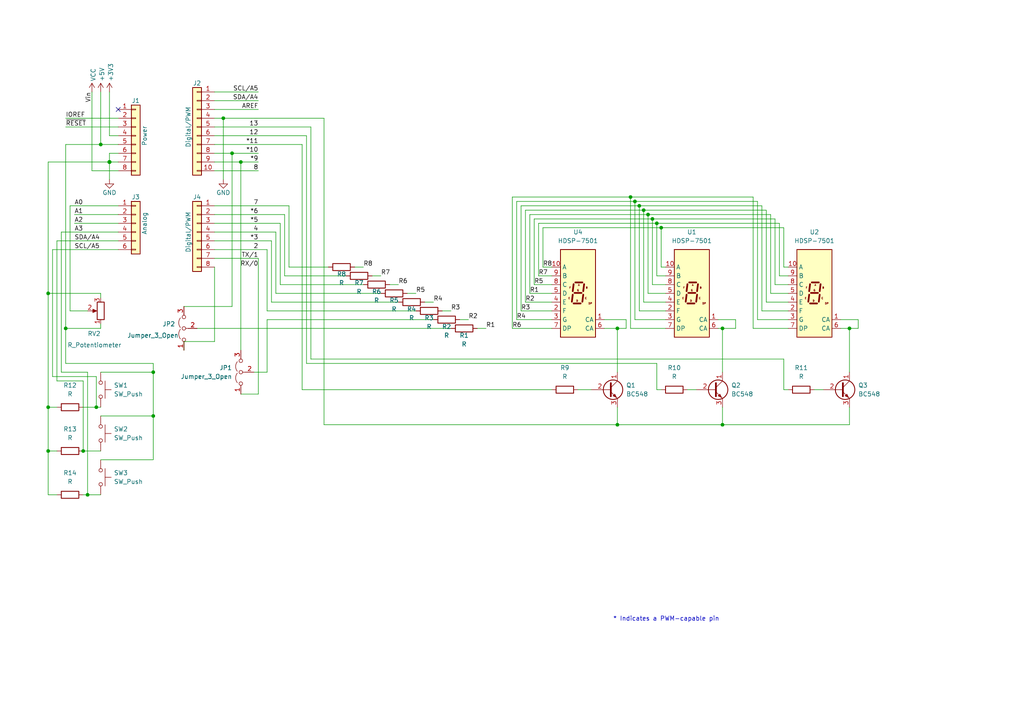
<source format=kicad_sch>
(kicad_sch (version 20231120) (generator "eeschema") (generator_version "8.0")
  (paper "A4")
  (title_block (date "mar. 31 mars 2015"))
  (lib_symbols
    (symbol "Connector_Generic:Conn_01x06" (pin_names (offset 1.016) hide)
      (property "Reference" "J" (at 0 7.62 0))
      (property "Value" "Conn_01x06" (at 0 -10.16 0))
      (symbol "Conn_01x06_1_1"
        (rectangle (start -1.27 -7.493) (end 0 -7.747) (stroke (width 0.1524)))
        (rectangle (start -1.27 -4.953) (end 0 -5.207) (stroke (width 0.1524)))
        (rectangle (start -1.27 -2.413) (end 0 -2.667) (stroke (width 0.1524)))
        (rectangle (start -1.27 0.127) (end 0 -0.127) (stroke (width 0.1524)))
        (rectangle (start -1.27 2.667) (end 0 2.413) (stroke (width 0.1524)))
        (rectangle (start -1.27 5.207) (end 0 4.953) (stroke (width 0.1524)))
        (rectangle (start -1.27 6.35) (end 1.27 -8.89) (stroke (width 0.254)) (fill (type background)))
        (pin passive line (at -5.08 5.08 0) (length 3.81) (name "Pin_1") (number "1"))
        (pin passive line (at -5.08 2.54 0) (length 3.81) (name "Pin_2") (number "2"))
        (pin passive line (at -5.08 0 0) (length 3.81) (name "Pin_3") (number "3"))
        (pin passive line (at -5.08 -2.54 0) (length 3.81) (name "Pin_4") (number "4"))
        (pin passive line (at -5.08 -5.08 0) (length 3.81) (name "Pin_5") (number "5"))
        (pin passive line (at -5.08 -7.62 0) (length 3.81) (name "Pin_6") (number "6"))
      )
    )
    (symbol "Connector_Generic:Conn_01x08" (pin_names (offset 1.016) hide)
      (property "Reference" "J" (at 0 10.16 0))
      (property "Value" "Conn_01x08" (at 0 -12.7 0))
      (symbol "Conn_01x08_1_1"
        (rectangle (start -1.27 -10.033) (end 0 -10.287) (stroke (width 0.1524)))
        (rectangle (start -1.27 -7.493) (end 0 -7.747) (stroke (width 0.1524)))
        (rectangle (start -1.27 -4.953) (end 0 -5.207) (stroke (width 0.1524)))
        (rectangle (start -1.27 -2.413) (end 0 -2.667) (stroke (width 0.1524)))
        (rectangle (start -1.27 0.127) (end 0 -0.127) (stroke (width 0.1524)))
        (rectangle (start -1.27 2.667) (end 0 2.413) (stroke (width 0.1524)))
        (rectangle (start -1.27 5.207) (end 0 4.953) (stroke (width 0.1524)))
        (rectangle (start -1.27 7.747) (end 0 7.493) (stroke (width 0.1524)))
        (rectangle (start -1.27 8.89) (end 1.27 -11.43) (stroke (width 0.254)) (fill (type background)))
        (pin passive line (at -5.08 7.62 0) (length 3.81) (name "Pin_1") (number "1"))
        (pin passive line (at -5.08 5.08 0) (length 3.81) (name "Pin_2") (number "2"))
        (pin passive line (at -5.08 2.54 0) (length 3.81) (name "Pin_3") (number "3"))
        (pin passive line (at -5.08 0 0) (length 3.81) (name "Pin_4") (number "4"))
        (pin passive line (at -5.08 -2.54 0) (length 3.81) (name "Pin_5") (number "5"))
        (pin passive line (at -5.08 -5.08 0) (length 3.81) (name "Pin_6") (number "6"))
        (pin passive line (at -5.08 -7.62 0) (length 3.81) (name "Pin_7") (number "7"))
        (pin passive line (at -5.08 -10.16 0) (length 3.81) (name "Pin_8") (number "8"))
      )
    )
    (symbol "Connector_Generic:Conn_01x10" (pin_names (offset 1.016) hide)
      (property "Reference" "J" (at 0 12.7 0))
      (property "Value" "Conn_01x10" (at 0 -15.24 0))
      (symbol "Conn_01x10_1_1"
        (rectangle (start -1.27 -12.573) (end 0 -12.827) (stroke (width 0.1524)))
        (rectangle (start -1.27 -10.033) (end 0 -10.287) (stroke (width 0.1524)))
        (rectangle (start -1.27 -7.493) (end 0 -7.747) (stroke (width 0.1524)))
        (rectangle (start -1.27 -4.953) (end 0 -5.207) (stroke (width 0.1524)))
        (rectangle (start -1.27 -2.413) (end 0 -2.667) (stroke (width 0.1524)))
        (rectangle (start -1.27 0.127) (end 0 -0.127) (stroke (width 0.1524)))
        (rectangle (start -1.27 2.667) (end 0 2.413) (stroke (width 0.1524)))
        (rectangle (start -1.27 5.207) (end 0 4.953) (stroke (width 0.1524)))
        (rectangle (start -1.27 7.747) (end 0 7.493) (stroke (width 0.1524)))
        (rectangle (start -1.27 10.287) (end 0 10.033) (stroke (width 0.1524)))
        (rectangle (start -1.27 11.43) (end 1.27 -13.97) (stroke (width 0.254)) (fill (type background)))
        (pin passive line (at -5.08 10.16 0) (length 3.81) (name "Pin_1") (number "1"))
        (pin passive line (at -5.08 -12.7 0) (length 3.81) (name "Pin_10") (number "10"))
        (pin passive line (at -5.08 7.62 0) (length 3.81) (name "Pin_2") (number "2"))
        (pin passive line (at -5.08 5.08 0) (length 3.81) (name "Pin_3") (number "3"))
        (pin passive line (at -5.08 2.54 0) (length 3.81) (name "Pin_4") (number "4"))
        (pin passive line (at -5.08 0 0) (length 3.81) (name "Pin_5") (number "5"))
        (pin passive line (at -5.08 -2.54 0) (length 3.81) (name "Pin_6") (number "6"))
        (pin passive line (at -5.08 -5.08 0) (length 3.81) (name "Pin_7") (number "7"))
        (pin passive line (at -5.08 -7.62 0) (length 3.81) (name "Pin_8") (number "8"))
        (pin passive line (at -5.08 -10.16 0) (length 3.81) (name "Pin_9") (number "9"))
      )
    )
    (symbol "Device:R" (pin_numbers hide) (pin_names (offset 0))
      (property "Reference" "R" (at 2.032 0 90))
      (property "Value" "R" (at 0 0 90))
      (symbol "R_0_1"
        (rectangle (start -1.016 -2.54) (end 1.016 2.54) (stroke (width 0.254)))
      )
      (symbol "R_1_1"
        (pin passive line (at 0 3.81 270) (length 1.27) (name "~") (number "1"))
        (pin passive line (at 0 -3.81 90) (length 1.27) (name "~") (number "2"))
      )
    )
    (symbol "Device:R_Potentiometer" (pin_names (offset 1.016) hide)
      (property "Reference" "RV" (at -4.445 0 90))
      (property "Value" "R_Potentiometer" (at -2.54 0 90))
      (symbol "R_Potentiometer_0_1"
        (polyline (pts (xy 2.54 0) (xy 1.524 0)))
        (polyline (pts (xy 1.143 0) (xy 2.286 0.508) (xy 2.286 -0.508) (xy 1.143 0)) (fill (type outline)))
        (rectangle (start 1.016 2.54) (end -1.016 -2.54) (stroke (width 0.254)))
      )
      (symbol "R_Potentiometer_1_1"
        (pin passive line (at 0 3.81 270) (length 1.27) (name "1") (number "1"))
        (pin passive line (at 3.81 0 180) (length 1.27) (name "2") (number "2"))
        (pin passive line (at 0 -3.81 90) (length 1.27) (name "3") (number "3"))
      )
    )
    (symbol "Display_Character:HDSP-7501"
      (property "Reference" "U" (at -3.81 13.97 0))
      (property "Value" "HDSP-7501" (at 6.35 13.97 0))
      (symbol "HDSP-7501_1_0"
        (text "A" (at 0.254 2.413 0) (effects (font (size 0.508 0.508))))
        (text "B" (at 2.54 1.651 0) (effects (font (size 0.508 0.508))))
        (text "C" (at 2.286 -1.397 0) (effects (font (size 0.508 0.508))))
        (text "D" (at -0.254 -2.159 0) (effects (font (size 0.508 0.508))))
        (text "DP" (at 3.556 -2.921 0) (effects (font (size 0.508 0.508))))
        (text "E" (at -2.54 -1.397 0) (effects (font (size 0.508 0.508))))
        (text "F" (at -2.286 1.651 0) (effects (font (size 0.508 0.508))))
        (text "G" (at 0 0.889 0) (effects (font (size 0.508 0.508))))
      )
      (symbol "HDSP-7501_1_1"
        (rectangle (start -5.08 12.7) (end 5.08 -12.7) (stroke (width 0.254)) (fill (type background)))
        (polyline (pts (xy -1.524 -0.381) (xy -1.778 -2.413)) (stroke (width 0.508)))
        (polyline (pts (xy -1.27 -2.921) (xy 0.762 -2.921)) (stroke (width 0.508)))
        (polyline (pts (xy -1.27 2.667) (xy -1.524 0.635)) (stroke (width 0.508)))
        (polyline (pts (xy -1.016 0.127) (xy 1.016 0.127)) (stroke (width 0.508)))
        (polyline (pts (xy -0.762 3.175) (xy 1.27 3.175)) (stroke (width 0.508)))
        (polyline (pts (xy 1.524 -0.381) (xy 1.27 -2.413)) (stroke (width 0.508)))
        (polyline (pts (xy 1.778 2.667) (xy 1.524 0.635)) (stroke (width 0.508)))
        (polyline (pts (xy 2.54 -2.921) (xy 2.54 -2.921)) (stroke (width 0.508)))
        (pin input line (at 7.62 -7.62 180) (length 2.54) (name "CA") (number "1"))
        (pin input line (at -7.62 7.62 0) (length 2.54) (name "A") (number "10"))
        (pin input line (at -7.62 -5.08 0) (length 2.54) (name "F") (number "2"))
        (pin input line (at -7.62 -7.62 0) (length 2.54) (name "G") (number "3"))
        (pin input line (at -7.62 -2.54 0) (length 2.54) (name "E") (number "4"))
        (pin input line (at -7.62 0 0) (length 2.54) (name "D") (number "5"))
        (pin input line (at 7.62 -10.16 180) (length 2.54) (name "CA") (number "6"))
        (pin input line (at -7.62 -10.16 0) (length 2.54) (name "DP") (number "7"))
        (pin input line (at -7.62 2.54 0) (length 2.54) (name "C") (number "8"))
        (pin input line (at -7.62 5.08 0) (length 2.54) (name "B") (number "9"))
      )
    )
    (symbol "Jumper:Jumper_3_Open" (pin_names (offset 0) hide) (exclude_from_sim yes) (in_bom no)
      (property "Reference" "JP" (at -2.54 -2.54 0))
      (property "Value" "Jumper_3_Open" (at 0 2.794 0))
      (symbol "Jumper_3_Open_0_0"
        (circle (center -3.302 0) (radius 0.508))
        (circle (center 0 0) (radius 0.508))
        (circle (center 3.302 0) (radius 0.508))
      )
      (symbol "Jumper_3_Open_0_1"
        (arc (start -0.254 1.016) (mid -1.651 1.4992) (end -3.048 1.016))
        (polyline (pts (xy 0 -0.508) (xy 0 -1.27)))
        (arc (start 3.048 1.016) (mid 1.651 1.4992) (end 0.254 1.016))
      )
      (symbol "Jumper_3_Open_1_1"
        (pin passive line (at -6.35 0 0) (length 2.54) (name "A") (number "1"))
        (pin passive line (at 0 -3.81 90) (length 2.54) (name "C") (number "2"))
        (pin passive line (at 6.35 0 180) (length 2.54) (name "B") (number "3"))
      )
    )
    (symbol "Switch:SW_Push" (pin_numbers hide) (pin_names (offset 1.016) hide)
      (property "Reference" "SW" (at 1.27 2.54 0))
      (property "Value" "SW_Push" (at 0 -1.524 0))
      (symbol "SW_Push_0_1"
        (circle (center -2.032 0) (radius 0.508))
        (polyline (pts (xy 0 1.27) (xy 0 3.048)))
        (polyline (pts (xy 2.54 1.27) (xy -2.54 1.27)))
        (circle (center 2.032 0) (radius 0.508))
        (pin passive line (at -5.08 0 0) (length 2.54) (name "1") (number "1"))
        (pin passive line (at 5.08 0 180) (length 2.54) (name "2") (number "2"))
      )
    )
    (symbol "Transistor_BJT:BC548" (pin_names (offset 0) hide)
      (property "Reference" "Q" (at 5.08 1.905 0))
      (property "Value" "BC548" (at 5.08 0 0))
      (symbol "BC548_0_1"
        (polyline (pts (xy 0 0) (xy 0.635 0)))
        (polyline (pts (xy 0.635 0.635) (xy 2.54 2.54)))
        (polyline (pts (xy 0.635 -0.635) (xy 2.54 -2.54) (xy 2.54 -2.54)))
        (polyline (pts (xy 0.635 1.905) (xy 0.635 -1.905) (xy 0.635 -1.905)) (stroke (width 0.508)))
        (polyline (pts (xy 1.27 -1.778) (xy 1.778 -1.27) (xy 2.286 -2.286) (xy 1.27 -1.778) (xy 1.27 -1.778)) (fill (type outline)))
        (circle (center 1.27 0) (radius 2.8194) (stroke (width 0.254)))
      )
      (symbol "BC548_1_1"
        (pin passive line (at 2.54 5.08 270) (length 2.54) (name "C") (number "1"))
        (pin input line (at -5.08 0 0) (length 5.08) (name "B") (number "2"))
        (pin passive line (at 2.54 -5.08 90) (length 2.54) (name "E") (number "3"))
      )
    )
    (symbol "power:+3V3" (power) (pin_names (offset 0))
      (property "Value" "+3V3" (at 0 3.556 0))
      (symbol "+3V3_0_1"
        (polyline (pts (xy -0.762 1.27) (xy 0 2.54)))
        (polyline (pts (xy 0 0) (xy 0 2.54)))
        (polyline (pts (xy 0 2.54) (xy 0.762 1.27)))
      )
      (symbol "+3V3_1_1"
        (pin power_in line (at 0 0 90) (length 0) hide (name "+3V3") (number "1"))
      )
    )
    (symbol "power:+5V" (power) (pin_names (offset 0))
      (property "Value" "+5V" (at 0 3.556 0))
      (symbol "+5V_0_1"
        (polyline (pts (xy -0.762 1.27) (xy 0 2.54)))
        (polyline (pts (xy 0 0) (xy 0 2.54)))
        (polyline (pts (xy 0 2.54) (xy 0.762 1.27)))
      )
      (symbol "+5V_1_1"
        (pin power_in line (at 0 0 90) (length 0) hide (name "+5V") (number "1"))
      )
    )
    (symbol "power:GND" (power) (pin_names (offset 0))
      (property "Value" "GND" (at 0 -3.81 0))
      (symbol "GND_0_1"
        (polyline (pts (xy 0 0) (xy 0 -1.27) (xy 1.27 -1.27) (xy 0 -2.54) (xy -1.27 -1.27) (xy 0 -1.27)))
      )
      (symbol "GND_1_1"
        (pin power_in line (at 0 0 270) (length 0) hide (name "GND") (number "1"))
      )
    )
    (symbol "power:VCC" (power) (pin_names (offset 0))
      (property "Value" "VCC" (at 0 3.81 0))
      (symbol "VCC_0_1"
        (polyline (pts (xy -0.762 1.27) (xy 0 2.54)))
        (polyline (pts (xy 0 0) (xy 0 2.54)))
        (polyline (pts (xy 0 2.54) (xy 0.762 1.27)))
      )
      (symbol "VCC_1_1"
        (pin power_in line (at 0 0 90) (length 0) hide (name "VCC") (number "1"))
      )
    )
  )
  (junction (at 67.31 44.45))
  (junction (at 13.97 85.09))
  (junction (at 64.77 34.29))
  (junction (at 209.55 95.25))
  (junction (at 44.45 107.95))
  (junction (at 31.75 46.99) (diameter 1.016))
  (junction (at 29.21 41.91))
  (junction (at 189.23 63.5))
  (junction (at 69.85 46.99))
  (junction (at 209.55 123.19))
  (junction (at 24.13 130.81))
  (junction (at 44.45 120.65))
  (junction (at 186.69 60.96))
  (junction (at 185.42 59.69))
  (junction (at 19.05 95.25))
  (junction (at 190.5 64.77))
  (junction (at 27.94 118.11))
  (junction (at 184.15 58.42))
  (junction (at 13.97 118.11))
  (junction (at 179.07 123.19))
  (junction (at 25.4 143.51))
  (junction (at 187.96 62.23))
  (junction (at 182.88 57.15))
  (junction (at 13.97 130.81))
  (junction (at 179.07 95.25))
  (junction (at 191.77 66.04))
  (junction (at 246.38 95.25))
  (no_connect (at 34.29 31.75))
  (wire (pts (xy 208.28 92.71) (xy 213.36 92.71)))
  (wire (pts (xy 128.27 90.17) (xy 130.81 90.17)))
  (wire (pts (xy 13.97 118.11) (xy 16.51 118.11)))
  (wire (pts (xy 224.79 82.55) (xy 228.6 82.55)))
  (wire (pts (xy 151.13 59.69) (xy 185.42 59.69)))
  (wire (pts (xy 78.74 87.63) (xy 78.74 69.85)))
  (wire (pts (xy 25.4 143.51) (xy 25.4 107.95)))
  (wire (pts (xy 62.23 26.67) (xy 74.93 26.67)))
  (wire (pts (xy 15.24 72.39) (xy 34.29 72.39)))
  (wire (pts (xy 77.47 107.95) (xy 73.66 107.95)))
  (wire (pts (xy 24.13 110.49) (xy 24.13 130.81)))
  (wire (pts (xy 156.21 80.01) (xy 160.02 80.01)))
  (wire (pts (xy 227.33 77.47) (xy 228.6 77.47)))
  (wire (pts (xy 193.04 77.47) (xy 191.77 77.47)))
  (wire (pts (xy 167.64 113.03) (xy 171.45 113.03)))
  (wire (pts (xy 31.75 44.45) (xy 31.75 46.99)))
  (wire (pts (xy 13.97 118.11) (xy 13.97 130.81)))
  (wire (pts (xy 152.4 60.96) (xy 152.4 87.63)))
  (wire (pts (xy 93.98 123.19) (xy 179.07 123.19)))
  (wire (pts (xy 160.02 113.03) (xy 87.63 113.03)))
  (wire (pts (xy 236.22 113.03) (xy 238.76 113.03)))
  (wire (pts (xy 193.04 82.55) (xy 189.23 82.55)))
  (wire (pts (xy 226.06 64.77) (xy 226.06 80.01)))
  (wire (pts (xy 19.05 95.25) (xy 19.05 105.41)))
  (wire (pts (xy 213.36 95.25) (xy 209.55 95.25)))
  (wire (pts (xy 191.77 77.47) (xy 191.77 66.04)))
  (wire (pts (xy 24.13 143.51) (xy 25.4 143.51)))
  (wire (pts (xy 223.52 62.23) (xy 223.52 85.09)))
  (wire (pts (xy 209.55 118.11) (xy 209.55 123.19)))
  (wire (pts (xy 186.69 87.63) (xy 186.69 60.96)))
  (wire (pts (xy 82.55 80.01) (xy 82.55 62.23)))
  (wire (pts (xy 69.85 46.99) (xy 74.93 46.99)))
  (wire (pts (xy 44.45 120.65) (xy 44.45 133.35)))
  (wire (pts (xy 67.31 44.45) (xy 74.93 44.45)))
  (wire (pts (xy 199.39 113.03) (xy 201.93 113.03)))
  (wire (pts (xy 31.75 46.99) (xy 31.75 52.07)))
  (wire (pts (xy 105.41 82.55) (xy 81.28 82.55)))
  (wire (pts (xy 187.96 62.23) (xy 223.52 62.23)))
  (wire (pts (xy 31.75 39.37) (xy 34.29 39.37)))
  (wire (pts (xy 19.05 95.25) (xy 29.21 95.25)))
  (wire (pts (xy 190.5 64.77) (xy 226.06 64.77)))
  (wire (pts (xy 149.86 58.42) (xy 184.15 58.42)))
  (wire (pts (xy 29.21 41.91) (xy 34.29 41.91)))
  (wire (pts (xy 29.21 26.67) (xy 29.21 41.91)))
  (wire (pts (xy 80.01 85.09) (xy 80.01 67.31)))
  (wire (pts (xy 193.04 92.71) (xy 184.15 92.71)))
  (wire (pts (xy 222.25 87.63) (xy 228.6 87.63)))
  (wire (pts (xy 193.04 95.25) (xy 182.88 95.25)))
  (wire (pts (xy 243.84 92.71) (xy 248.92 92.71)))
  (wire (pts (xy 62.23 36.83) (xy 90.17 36.83)))
  (wire (pts (xy 44.45 105.41) (xy 44.45 107.95)))
  (wire (pts (xy 226.06 80.01) (xy 228.6 80.01)))
  (wire (pts (xy 31.75 26.67) (xy 31.75 39.37)))
  (wire (pts (xy 62.23 59.69) (xy 83.82 59.69)))
  (wire (pts (xy 224.79 63.5) (xy 224.79 82.55)))
  (wire (pts (xy 182.88 57.15) (xy 218.44 57.15)))
  (wire (pts (xy 20.32 59.69) (xy 34.29 59.69)))
  (wire (pts (xy 191.77 66.04) (xy 227.33 66.04)))
  (wire (pts (xy 153.67 62.23) (xy 187.96 62.23)))
  (wire (pts (xy 62.23 39.37) (xy 88.9 39.37)))
  (wire (pts (xy 93.98 34.29) (xy 93.98 123.19)))
  (wire (pts (xy 62.23 46.99) (xy 69.85 46.99)))
  (wire (pts (xy 62.23 62.23) (xy 82.55 62.23)))
  (wire (pts (xy 190.5 113.03) (xy 190.5 105.41)))
  (wire (pts (xy 193.04 85.09) (xy 187.96 85.09)))
  (wire (pts (xy 19.05 105.41) (xy 44.45 105.41)))
  (wire (pts (xy 218.44 57.15) (xy 218.44 95.25)))
  (wire (pts (xy 219.71 92.71) (xy 228.6 92.71)))
  (wire (pts (xy 25.4 107.95) (xy 17.78 107.95)))
  (wire (pts (xy 138.43 95.25) (xy 140.97 95.25)))
  (wire (pts (xy 123.19 87.63) (xy 125.73 87.63)))
  (wire (pts (xy 186.69 60.96) (xy 222.25 60.96)))
  (wire (pts (xy 227.33 66.04) (xy 227.33 77.47)))
  (wire (pts (xy 13.97 46.99) (xy 13.97 85.09)))
  (wire (pts (xy 190.5 64.77) (xy 190.5 80.01)))
  (wire (pts (xy 156.21 64.77) (xy 190.5 64.77)))
  (wire (pts (xy 193.04 90.17) (xy 185.42 90.17)))
  (wire (pts (xy 69.85 114.3) (xy 74.93 114.3)))
  (wire (pts (xy 24.13 110.49) (xy 16.51 110.49)))
  (wire (pts (xy 120.65 90.17) (xy 77.47 90.17)))
  (wire (pts (xy 19.05 41.91) (xy 29.21 41.91)))
  (wire (pts (xy 20.32 59.69) (xy 20.32 90.17)))
  (wire (pts (xy 62.23 67.31) (xy 80.01 67.31)))
  (wire (pts (xy 179.07 123.19) (xy 209.55 123.19)))
  (wire (pts (xy 184.15 92.71) (xy 184.15 58.42)))
  (wire (pts (xy 220.98 59.69) (xy 220.98 90.17)))
  (wire (pts (xy 19.05 34.29) (xy 34.29 34.29)))
  (wire (pts (xy 179.07 95.25) (xy 181.61 95.25)))
  (wire (pts (xy 24.13 130.81) (xy 29.21 130.81)))
  (wire (pts (xy 187.96 85.09) (xy 187.96 62.23)))
  (wire (pts (xy 64.77 34.29) (xy 93.98 34.29)))
  (wire (pts (xy 193.04 80.01) (xy 190.5 80.01)))
  (wire (pts (xy 19.05 95.25) (xy 19.05 41.91)))
  (wire (pts (xy 175.26 95.25) (xy 179.07 95.25)))
  (wire (pts (xy 179.07 95.25) (xy 179.07 107.95)))
  (wire (pts (xy 27.94 109.22) (xy 15.24 109.22)))
  (wire (pts (xy 53.34 88.9) (xy 67.31 88.9)))
  (wire (pts (xy 222.25 60.96) (xy 222.25 87.63)))
  (wire (pts (xy 246.38 95.25) (xy 246.38 107.95)))
  (wire (pts (xy 74.93 114.3) (xy 74.93 74.93)))
  (wire (pts (xy 156.21 64.77) (xy 156.21 80.01)))
  (wire (pts (xy 248.92 92.71) (xy 248.92 95.25)))
  (wire (pts (xy 17.78 67.31) (xy 34.29 67.31)))
  (wire (pts (xy 64.77 34.29) (xy 64.77 52.07)))
  (wire (pts (xy 115.57 87.63) (xy 78.74 87.63)))
  (wire (pts (xy 27.94 118.11) (xy 27.94 109.22)))
  (wire (pts (xy 29.21 107.95) (xy 44.45 107.95)))
  (wire (pts (xy 151.13 90.17) (xy 160.02 90.17)))
  (wire (pts (xy 77.47 90.17) (xy 77.47 72.39)))
  (wire (pts (xy 13.97 143.51) (xy 16.51 143.51)))
  (wire (pts (xy 62.23 31.75) (xy 74.93 31.75)))
  (wire (pts (xy 13.97 130.81) (xy 16.51 130.81)))
  (wire (pts (xy 185.42 59.69) (xy 220.98 59.69)))
  (wire (pts (xy 151.13 59.69) (xy 151.13 90.17)))
  (wire (pts (xy 185.42 90.17) (xy 185.42 59.69)))
  (wire (pts (xy 182.88 95.25) (xy 182.88 57.15)))
  (wire (pts (xy 57.15 95.25) (xy 130.81 95.25)))
  (wire (pts (xy 34.29 64.77) (xy 21.59 64.77)))
  (wire (pts (xy 19.05 36.83) (xy 34.29 36.83)))
  (wire (pts (xy 16.51 69.85) (xy 34.29 69.85)))
  (wire (pts (xy 184.15 58.42) (xy 219.71 58.42)))
  (wire (pts (xy 157.48 66.04) (xy 191.77 66.04)))
  (wire (pts (xy 107.95 80.01) (xy 110.49 80.01)))
  (wire (pts (xy 34.29 46.99) (xy 31.75 46.99)))
  (wire (pts (xy 209.55 123.19) (xy 246.38 123.19)))
  (wire (pts (xy 77.47 92.71) (xy 77.47 107.95)))
  (wire (pts (xy 16.51 110.49) (xy 16.51 69.85)))
  (wire (pts (xy 133.35 92.71) (xy 135.89 92.71)))
  (wire (pts (xy 102.87 77.47) (xy 105.41 77.47)))
  (wire (pts (xy 154.94 63.5) (xy 189.23 63.5)))
  (wire (pts (xy 209.55 95.25) (xy 209.55 107.95)))
  (wire (pts (xy 219.71 58.42) (xy 219.71 92.71)))
  (wire (pts (xy 44.45 133.35) (xy 29.21 133.35)))
  (wire (pts (xy 53.34 99.06) (xy 53.34 101.6)))
  (wire (pts (xy 34.29 49.53) (xy 26.67 49.53)))
  (wire (pts (xy 148.59 95.25) (xy 160.02 95.25)))
  (wire (pts (xy 157.48 77.47) (xy 160.02 77.47)))
  (wire (pts (xy 21.59 62.23) (xy 34.29 62.23)))
  (wire (pts (xy 62.23 77.47) (xy 62.23 99.06)))
  (wire (pts (xy 154.94 63.5) (xy 154.94 82.55)))
  (wire (pts (xy 90.17 36.83) (xy 90.17 104.14)))
  (wire (pts (xy 191.77 113.03) (xy 190.5 113.03)))
  (wire (pts (xy 13.97 130.81) (xy 13.97 143.51)))
  (wire (pts (xy 246.38 95.25) (xy 243.84 95.25)))
  (wire (pts (xy 17.78 107.95) (xy 17.78 67.31)))
  (wire (pts (xy 248.92 95.25) (xy 246.38 95.25)))
  (wire (pts (xy 189.23 63.5) (xy 224.79 63.5)))
  (wire (pts (xy 31.75 46.99) (xy 13.97 46.99)))
  (wire (pts (xy 113.03 82.55) (xy 115.57 82.55)))
  (wire (pts (xy 153.67 85.09) (xy 160.02 85.09)))
  (wire (pts (xy 13.97 85.09) (xy 13.97 118.11)))
  (wire (pts (xy 62.23 34.29) (xy 64.77 34.29)))
  (wire (pts (xy 149.86 58.42) (xy 149.86 92.71)))
  (wire (pts (xy 29.21 85.09) (xy 29.21 86.36)))
  (wire (pts (xy 34.29 44.45) (xy 31.75 44.45)))
  (wire (pts (xy 81.28 82.55) (xy 81.28 64.77)))
  (wire (pts (xy 69.85 46.99) (xy 69.85 101.6)))
  (wire (pts (xy 62.23 41.91) (xy 87.63 41.91)))
  (wire (pts (xy 246.38 123.19) (xy 246.38 118.11)))
  (wire (pts (xy 152.4 60.96) (xy 186.69 60.96)))
  (wire (pts (xy 83.82 77.47) (xy 83.82 59.69)))
  (wire (pts (xy 223.52 85.09) (xy 228.6 85.09)))
  (wire (pts (xy 62.23 64.77) (xy 81.28 64.77)))
  (wire (pts (xy 110.49 85.09) (xy 80.01 85.09)))
  (wire (pts (xy 67.31 44.45) (xy 67.31 88.9)))
  (wire (pts (xy 29.21 120.65) (xy 44.45 120.65)))
  (wire (pts (xy 53.34 99.06) (xy 62.23 99.06)))
  (wire (pts (xy 62.23 49.53) (xy 74.93 49.53)))
  (wire (pts (xy 220.98 90.17) (xy 228.6 90.17)))
  (wire (pts (xy 179.07 118.11) (xy 179.07 123.19)))
  (wire (pts (xy 193.04 87.63) (xy 186.69 87.63)))
  (wire (pts (xy 88.9 39.37) (xy 88.9 105.41)))
  (wire (pts (xy 190.5 105.41) (xy 88.9 105.41)))
  (wire (pts (xy 181.61 92.71) (xy 175.26 92.71)))
  (wire (pts (xy 209.55 95.25) (xy 208.28 95.25)))
  (wire (pts (xy 153.67 62.23) (xy 153.67 85.09)))
  (wire (pts (xy 118.11 85.09) (xy 120.65 85.09)))
  (wire (pts (xy 125.73 92.71) (xy 77.47 92.71)))
  (wire (pts (xy 44.45 107.95) (xy 44.45 120.65)))
  (wire (pts (xy 27.94 118.11) (xy 29.21 118.11)))
  (wire (pts (xy 148.59 57.15) (xy 182.88 57.15)))
  (wire (pts (xy 100.33 80.01) (xy 82.55 80.01)))
  (wire (pts (xy 29.21 95.25) (xy 29.21 93.98)))
  (wire (pts (xy 90.17 104.14) (xy 227.33 104.14)))
  (wire (pts (xy 62.23 29.21) (xy 74.93 29.21)))
  (wire (pts (xy 213.36 92.71) (xy 213.36 95.25)))
  (wire (pts (xy 62.23 72.39) (xy 77.47 72.39)))
  (wire (pts (xy 152.4 87.63) (xy 160.02 87.63)))
  (wire (pts (xy 95.25 77.47) (xy 83.82 77.47)))
  (wire (pts (xy 62.23 69.85) (xy 78.74 69.85)))
  (wire (pts (xy 87.63 41.91) (xy 87.63 113.03)))
  (wire (pts (xy 157.48 66.04) (xy 157.48 77.47)))
  (wire (pts (xy 154.94 82.55) (xy 160.02 82.55)))
  (wire (pts (xy 189.23 63.5) (xy 189.23 82.55)))
  (wire (pts (xy 149.86 92.71) (xy 160.02 92.71)))
  (wire (pts (xy 25.4 143.51) (xy 29.21 143.51)))
  (wire (pts (xy 181.61 95.25) (xy 181.61 92.71)))
  (wire (pts (xy 20.32 90.17) (xy 25.4 90.17)))
  (wire (pts (xy 15.24 109.22) (xy 15.24 72.39)))
  (wire (pts (xy 24.13 118.11) (xy 27.94 118.11)))
  (wire (pts (xy 148.59 57.15) (xy 148.59 95.25)))
  (wire (pts (xy 62.23 74.93) (xy 74.93 74.93)))
  (wire (pts (xy 26.67 49.53) (xy 26.67 26.67)))
  (wire (pts (xy 13.97 85.09) (xy 29.21 85.09)))
  (wire (pts (xy 62.23 44.45) (xy 67.31 44.45)))
  (wire (pts (xy 228.6 113.03) (xy 227.33 113.03)))
  (wire (pts (xy 218.44 95.25) (xy 228.6 95.25)))
  (wire (pts (xy 227.33 113.03) (xy 227.33 104.14)))
  (text "* Indicates a PWM-capable pin" (at 177.8 180.34 0) (effects (font (size 1.27 1.27)) (justify left bottom)))
  (label "RX{slash}0" (at 74.93 77.47 180))
  (label "R8" (at 157.48 77.47 0))
  (label "A2" (at 21.59 64.77 0))
  (label "4" (at 74.93 67.31 180))
  (label "2" (at 74.93 72.39 180))
  (label "A3" (at 21.59 67.31 0))
  (label "R4" (at 125.73 87.63 0))
  (label "13" (at 74.93 36.83 180))
  (label "12" (at 74.93 39.37 180))
  (label "~{RESET}" (at 19.05 36.83 0))
  (label "R4" (at 149.86 92.71 0))
  (label "*10" (at 74.93 44.45 180))
  (label "R6" (at 148.59 95.25 0))
  (label "R3" (at 130.81 90.17 0))
  (label "7" (at 74.93 59.69 180))
  (label "SDA{slash}A4" (at 74.93 29.21 180))
  (label "8" (at 74.93 49.53 180))
  (label "R7" (at 156.21 80.01 0))
  (label "R6" (at 115.57 82.55 0))
  (label "*11" (at 74.93 41.91 180))
  (label "*3" (at 74.93 69.85 180))
  (label "R2" (at 152.4 87.63 0))
  (label "A1" (at 21.59 62.23 0))
  (label "TX{slash}1" (at 74.93 74.93 180))
  (label "A0" (at 21.59 59.69 0))
  (label "AREF" (at 74.93 31.75 180))
  (label "R1" (at 140.97 95.25 0))
  (label "Vin" (at 26.67 26.67 270))
  (label "*6" (at 74.93 62.23 180))
  (label "R5" (at 154.94 82.55 0))
  (label "R1" (at 153.67 85.09 0))
  (label "SCL{slash}A5" (at 74.93 26.67 180))
  (label "*9" (at 74.93 46.99 180))
  (label "*5" (at 74.93 64.77 180))
  (label "R7" (at 110.49 80.01 0))
  (label "R5" (at 120.65 85.09 0))
  (label "IOREF" (at 19.05 34.29 0))
  (label "SDA{slash}A4" (at 21.59 69.85 0))
  (label "SCL{slash}A5" (at 21.59 72.39 0))
  (label "R8" (at 105.41 77.47 0))
  (label "R3" (at 151.13 90.17 0))
  (label "R2" (at 135.89 92.71 0))
  (symbol (lib_id "Connector_Generic:Conn_01x08") (at 39.37 39.37 0) (unit 1)
    (property "Reference" "J1" (at 39.37 29.21 0))
    (property "Value" "Power" (at 41.91 39.37 90))
    (property "Footprint" "Connector_PinSocket_2.54mm:PinSocket_1x08_P2.54mm_Vertical" (effects (hide yes)))
  )
  (symbol (lib_id "power:+3V3") (at 31.75 26.67 0) (unit 1)
    (property "Reference" "#PWR03" (effects (hide yes)))
    (property "Value" "+3V3" (at 32.131 23.622 90) (effects (justify left)))
  )
  (symbol (lib_id "power:+5V") (at 29.21 26.67 0) (unit 1)
    (property "Reference" "#PWR02" (effects (hide yes)))
    (property "Value" "+5V" (at 29.5656 23.622 90) (effects (justify left)))
  )
  (symbol (lib_id "power:GND") (at 31.75 52.07 0) (unit 1)
    (property "Reference" "#PWR04" (effects (hide yes)))
    (property "Value" "GND" (at 31.75 55.88 0))
  )
  (symbol (lib_id "Connector_Generic:Conn_01x10") (at 57.15 36.83 0) (mirror y) (unit 1)
    (property "Reference" "J2" (at 57.15 24.13 0))
    (property "Value" "Digital/PWM" (at 54.61 36.83 90))
    (property "Footprint" "Connector_PinSocket_2.54mm:PinSocket_1x10_P2.54mm_Vertical" (effects (hide yes)))
  )
  (symbol (lib_id "power:GND") (at 64.77 52.07 0) (unit 1)
    (property "Reference" "#PWR05" (effects (hide yes)))
    (property "Value" "GND" (at 64.77 55.88 0))
  )
  (symbol (lib_id "Connector_Generic:Conn_01x06") (at 39.37 64.77 0) (unit 1)
    (property "Reference" "J3" (at 39.37 57.15 0))
    (property "Value" "Analog" (at 41.91 64.77 90))
    (property "Footprint" "Connector_PinSocket_2.54mm:PinSocket_1x06_P2.54mm_Vertical" (effects (hide yes)))
  )
  (symbol (lib_id "Connector_Generic:Conn_01x08") (at 57.15 67.31 0) (mirror y) (unit 1)
    (property "Reference" "J4" (at 57.15 57.15 0))
    (property "Value" "Digital/PWM" (at 54.61 67.31 90))
    (property "Footprint" "Connector_PinSocket_2.54mm:PinSocket_1x08_P2.54mm_Vertical" (effects (hide yes)))
  )
  (symbol (lib_id "Device:R") (at 119.38 87.63 90) (unit 1)
    (property "Reference" "R4" (at 119.38 89.662 90))
    (property "Value" "R" (at 119.38 92.202 90))
    (property "Footprint" "Resistor_THT:R_Axial_DIN0207_L6.3mm_D2.5mm_P10.16mm_Horizontal" (effects (hide yes)))
    (property "Description" "Resistor" (effects (hide yes)))
  )
  (symbol (lib_id "Device:R") (at 163.83 113.03 90) (unit 1)
    (property "Reference" "R9" (at 163.83 106.68 90))
    (property "Value" "R" (at 163.83 109.22 90))
    (property "Footprint" "Resistor_THT:R_Axial_DIN0207_L6.3mm_D2.5mm_P10.16mm_Horizontal" (effects (hide yes)))
    (property "Description" "Resistor" (effects (hide yes)))
  )
  (symbol (lib_id "Transistor_BJT:BC548") (at 243.84 113.03 0) (unit 1)
    (property "Reference" "Q3" (at 248.92 111.7599 0) (effects (justify left)))
    (property "Value" "BC548" (at 248.92 114.2999 0) (effects (justify left)))
    (property "Footprint" "Package_TO_SOT_THT:TO-92_Inline" (effects (hide yes)))
    (property "Datasheet" "https://www.onsemi.com/pub/Collateral/BC550-D.pdf" (effects (hide yes)))
    (property "Description" "0.1A Ic, 30V Vce, Small Signal NPN Transistor, TO-92" (effects (hide yes)))
  )
  (symbol (lib_id "Device:R") (at 124.46 90.17 90) (unit 1)
    (property "Reference" "R3" (at 124.46 92.202 90))
    (property "Value" "R" (at 124.46 94.742 90))
    (property "Footprint" "Resistor_THT:R_Axial_DIN0207_L6.3mm_D2.5mm_P10.16mm_Horizontal" (effects (hide yes)))
    (property "Description" "Resistor" (effects (hide yes)))
  )
  (symbol (lib_id "Device:R") (at 195.58 113.03 90) (unit 1)
    (property "Reference" "R10" (at 195.58 106.68 90))
    (property "Value" "R" (at 195.58 109.22 90))
    (property "Footprint" "Resistor_THT:R_Axial_DIN0207_L6.3mm_D2.5mm_P10.16mm_Horizontal" (effects (hide yes)))
    (property "Description" "Resistor" (effects (hide yes)))
  )
  (symbol (lib_id "Device:R") (at 20.32 118.11 90) (unit 1)
    (property "Reference" "R12" (at 20.32 111.76 90))
    (property "Value" "R" (at 20.32 114.3 90))
    (property "Footprint" "Resistor_THT:R_Axial_DIN0207_L6.3mm_D2.5mm_P10.16mm_Horizontal" (effects (hide yes)))
    (property "Description" "Resistor" (effects (hide yes)))
  )
  (symbol (lib_id "Transistor_BJT:BC548") (at 176.53 113.03 0) (unit 1)
    (property "Reference" "Q1" (at 181.61 111.7599 0) (effects (justify left)))
    (property "Value" "BC548" (at 181.61 114.2999 0) (effects (justify left)))
    (property "Footprint" "Package_TO_SOT_THT:TO-92_Inline" (effects (hide yes)))
    (property "Datasheet" "https://www.onsemi.com/pub/Collateral/BC550-D.pdf" (effects (hide yes)))
    (property "Description" "0.1A Ic, 30V Vce, Small Signal NPN Transistor, TO-92" (effects (hide yes)))
  )
  (symbol (lib_id "Device:R") (at 104.14 80.01 90) (unit 1)
    (property "Reference" "R7" (at 104.14 82.042 90))
    (property "Value" "R" (at 104.14 84.582 90))
    (property "Footprint" "Resistor_THT:R_Axial_DIN0207_L6.3mm_D2.5mm_P10.16mm_Horizontal" (effects (hide yes)))
    (property "Description" "Resistor" (effects (hide yes)))
  )
  (symbol (lib_id "Device:R") (at 99.06 77.47 90) (unit 1)
    (property "Reference" "R8" (at 99.06 79.502 90))
    (property "Value" "R" (at 99.06 82.042 90))
    (property "Footprint" "Resistor_THT:R_Axial_DIN0207_L6.3mm_D2.5mm_P10.16mm_Horizontal" (effects (hide yes)))
    (property "Description" "Resistor" (effects (hide yes)))
  )
  (symbol (lib_id "power:VCC") (at 26.67 26.67 0) (unit 1)
    (property "Reference" "#PWR01" (effects (hide yes)))
    (property "Value" "VCC" (at 27.051 23.622 90) (effects (justify left)))
  )
  (symbol (lib_id "Switch:SW_Push") (at 29.21 113.03 270) (unit 1)
    (property "Reference" "SW1" (at 33.02 111.7599 90) (effects (justify left)))
    (property "Value" "SW_Push" (at 33.02 114.2999 90) (effects (justify left)))
    (property "Footprint" "Button_Switch_THT:SW_PUSH_6mm_H4.3mm" (effects (hide yes)))
    (property "Description" "Push button switch, generic, two pins" (effects (hide yes)))
  )
  (symbol (lib_id "Device:R") (at 109.22 82.55 90) (unit 1)
    (property "Reference" "R6" (at 109.22 84.582 90))
    (property "Value" "R" (at 109.22 87.122 90))
    (property "Footprint" "Resistor_THT:R_Axial_DIN0207_L6.3mm_D2.5mm_P10.16mm_Horizontal" (effects (hide yes)))
    (property "Description" "Resistor" (effects (hide yes)))
  )
  (symbol (lib_id "Display_Character:HDSP-7501") (at 236.22 85.09 0) (unit 1)
    (property "Reference" "U2" (at 236.22 67.31 0))
    (property "Value" "HDSP-7501" (at 236.22 69.85 0))
    (property "Footprint" "Display_Mod:D1X8K-comun-medio" (effects (hide yes)))
    (property "Datasheet" "https://docs.broadcom.com/docs/AV02-2553EN" (effects (hide yes)))
    (property "Description" "One digit 7 segment high efficiency red, common anode" (effects (hide yes)))
  )
  (symbol (lib_id "Switch:SW_Push") (at 29.21 125.73 270) (unit 1)
    (property "Reference" "SW2" (at 33.02 124.4599 90) (effects (justify left)))
    (property "Value" "SW_Push" (at 33.02 126.9999 90) (effects (justify left)))
    (property "Footprint" "Button_Switch_THT:SW_PUSH_6mm_H4.3mm" (effects (hide yes)))
    (property "Description" "Push button switch, generic, two pins" (effects (hide yes)))
  )
  (symbol (lib_id "Display_Character:HDSP-7501") (at 200.66 85.09 0) (unit 1)
    (property "Reference" "U1" (at 200.66 67.31 0))
    (property "Value" "HDSP-7501" (at 200.66 69.85 0))
    (property "Footprint" "Display_Mod:D1X8K-comun-medio" (effects (hide yes)))
    (property "Datasheet" "https://docs.broadcom.com/docs/AV02-2553EN" (effects (hide yes)))
    (property "Description" "One digit 7 segment high efficiency red, common anode" (effects (hide yes)))
  )
  (symbol (lib_id "Switch:SW_Push") (at 29.21 138.43 270) (unit 1)
    (property "Reference" "SW3" (at 33.02 137.1599 90) (effects (justify left)))
    (property "Value" "SW_Push" (at 33.02 139.6999 90) (effects (justify left)))
    (property "Footprint" "Button_Switch_THT:SW_PUSH_6mm_H4.3mm" (effects (hide yes)))
    (property "Description" "Push button switch, generic, two pins" (effects (hide yes)))
  )
  (symbol (lib_id "Device:R") (at 20.32 130.81 90) (unit 1)
    (property "Reference" "R13" (at 20.32 124.46 90))
    (property "Value" "R" (at 20.32 127 90))
    (property "Footprint" "Resistor_THT:R_Axial_DIN0207_L6.3mm_D2.5mm_P10.16mm_Horizontal" (effects (hide yes)))
    (property "Description" "Resistor" (effects (hide yes)))
  )
  (symbol (lib_id "Device:R") (at 232.41 113.03 90) (unit 1)
    (property "Reference" "R11" (at 232.41 106.68 90))
    (property "Value" "R" (at 232.41 109.22 90))
    (property "Footprint" "Resistor_THT:R_Axial_DIN0207_L6.3mm_D2.5mm_P10.16mm_Horizontal" (effects (hide yes)))
    (property "Description" "Resistor" (effects (hide yes)))
  )
  (symbol (lib_id "Transistor_BJT:BC548") (at 207.01 113.03 0) (unit 1)
    (property "Reference" "Q2" (at 212.09 111.7599 0) (effects (justify left)))
    (property "Value" "BC548" (at 212.09 114.2999 0) (effects (justify left)))
    (property "Footprint" "Package_TO_SOT_THT:TO-92_Inline" (effects (hide yes)))
    (property "Datasheet" "https://www.onsemi.com/pub/Collateral/BC550-D.pdf" (effects (hide yes)))
    (property "Description" "0.1A Ic, 30V Vce, Small Signal NPN Transistor, TO-92" (effects (hide yes)))
  )
  (symbol (lib_id "Display_Character:HDSP-7501") (at 167.64 85.09 0) (unit 1)
    (property "Reference" "U4" (at 167.64 67.31 0))
    (property "Value" "HDSP-7501" (at 167.64 69.85 0))
    (property "Footprint" "Display_Mod:D1X8K-comun-medio" (effects (hide yes)))
    (property "Datasheet" "https://docs.broadcom.com/docs/AV02-2553EN" (effects (hide yes)))
    (property "Description" "One digit 7 segment high efficiency red, common anode" (effects (hide yes)))
  )
  (symbol (lib_id "Device:R") (at 134.62 95.25 90) (unit 1)
    (property "Reference" "R1" (at 134.62 97.282 90))
    (property "Value" "R" (at 134.62 99.822 90))
    (property "Footprint" "Resistor_THT:R_Axial_DIN0207_L6.3mm_D2.5mm_P10.16mm_Horizontal" (effects (hide yes)))
    (property "Description" "Resistor" (effects (hide yes)))
  )
  (symbol (lib_id "Device:R") (at 114.3 85.09 90) (unit 1)
    (property "Reference" "R5" (at 114.3 87.122 90))
    (property "Value" "R" (at 114.3 89.662 90))
    (property "Footprint" "Resistor_THT:R_Axial_DIN0207_L6.3mm_D2.5mm_P10.16mm_Horizontal" (effects (hide yes)))
    (property "Description" "Resistor" (effects (hide yes)))
  )
  (symbol (lib_id "Jumper:Jumper_3_Open") (at 53.34 95.25 90) (unit 1) (exclude_from_sim yes) (in_bom no)
    (property "Reference" "JP2" (at 50.8 93.9799 90) (effects (justify left)))
    (property "Value" "Jumper_3_Open" (at 51.816 97.282 90) (effects (justify left)))
    (property "Footprint" "Connector_PinHeader_2.54mm:PinHeader_1x03_P2.54mm_Vertical" (effects (hide yes)))
    (property "Description" "Jumper, 3-pole, both open" (effects (hide yes)))
  )
  (symbol (lib_id "Device:R") (at 20.32 143.51 90) (unit 1)
    (property "Reference" "R14" (at 20.32 137.16 90))
    (property "Value" "R" (at 20.32 139.7 90))
    (property "Footprint" "Resistor_THT:R_Axial_DIN0207_L6.3mm_D2.5mm_P10.16mm_Horizontal" (effects (hide yes)))
    (property "Description" "Resistor" (effects (hide yes)))
  )
  (symbol (lib_id "Device:R_Potentiometer") (at 29.21 90.17 180) (unit 1)
    (property "Reference" "RV2" (at 25.4 96.774 0) (effects (justify right)))
    (property "Value" "R_Potentiometer" (at 19.558 100.076 0) (effects (justify right)))
    (property "Footprint" "Potentiometer_THT:Potentiometer_Alps_RK09K_Single_Horizontal" (effects (hide yes)))
    (property "Description" "Potentiometer" (effects (hide yes)))
  )
  (symbol (lib_id "Device:R") (at 129.54 92.71 90) (unit 1)
    (property "Reference" "R2" (at 129.54 94.742 90))
    (property "Value" "R" (at 129.54 97.282 90))
    (property "Footprint" "Resistor_THT:R_Axial_DIN0207_L6.3mm_D2.5mm_P10.16mm_Horizontal" (effects (hide yes)))
    (property "Description" "Resistor" (effects (hide yes)))
  )
  (symbol (lib_id "Jumper:Jumper_3_Open") (at 69.85 107.95 90) (unit 1) (exclude_from_sim yes) (in_bom no)
    (property "Reference" "JP1" (at 67.31 106.6799 90) (effects (justify left)))
    (property "Value" "Jumper_3_Open" (at 67.31 109.2199 90) (effects (justify left)))
    (property "Footprint" "Connector_PinHeader_2.54mm:PinHeader_1x03_P2.54mm_Vertical" (effects (hide yes)))
    (property "Description" "Jumper, 3-pole, both open" (effects (hide yes)))
  )
)
</source>
